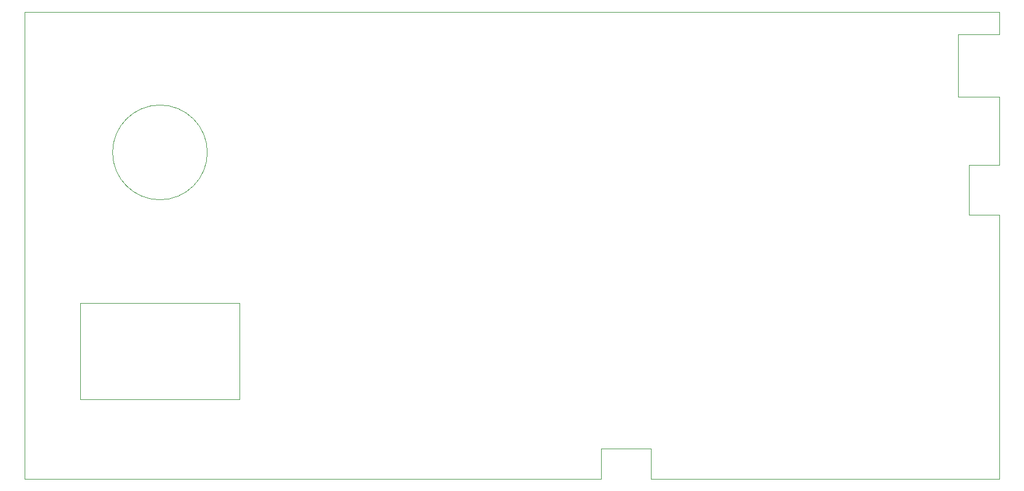
<source format=gbr>
%TF.GenerationSoftware,KiCad,Pcbnew,7.0.9-7.0.9~ubuntu22.04.1*%
%TF.CreationDate,2023-11-25T10:37:05+03:00*%
%TF.ProjectId,xray-v2,78726179-2d76-4322-9e6b-696361645f70,rev?*%
%TF.SameCoordinates,Original*%
%TF.FileFunction,Profile,NP*%
%FSLAX46Y46*%
G04 Gerber Fmt 4.6, Leading zero omitted, Abs format (unit mm)*
G04 Created by KiCad (PCBNEW 7.0.9-7.0.9~ubuntu22.04.1) date 2023-11-25 10:37:05*
%MOMM*%
%LPD*%
G01*
G04 APERTURE LIST*
%TA.AperFunction,Profile*%
%ADD10C,0.100000*%
%TD*%
%TA.AperFunction,Profile*%
%ADD11C,0.120000*%
%TD*%
G04 APERTURE END LIST*
D10*
X100000000Y-65500000D02*
X244000000Y-65500000D01*
X244000000Y-134500000D02*
X244000000Y-97725000D01*
X194830497Y-134500000D02*
X244000000Y-134500000D01*
X100000000Y-134500000D02*
X100000000Y-65500000D01*
X182930497Y-134500000D02*
X100000000Y-134500000D01*
X244000000Y-67000000D02*
X244000000Y-65500000D01*
X244000000Y-85825000D02*
X244000000Y-79600000D01*
D11*
%TO.C,J1*%
X185180497Y-130000000D02*
X185180497Y-134500000D01*
X185180497Y-130000000D02*
X192530497Y-130000000D01*
X185180497Y-134500000D02*
X182930497Y-134500000D01*
X192530497Y-130000000D02*
X192530497Y-134500000D01*
X192530497Y-134500000D02*
X194830497Y-134500000D01*
%TO.C,J4*%
X237900000Y-78000000D02*
X244000000Y-78000000D01*
X244000000Y-78000000D02*
X244000000Y-79600000D01*
X237900000Y-68800000D02*
X237900000Y-78000000D01*
X244000000Y-68800000D02*
X237900000Y-68800000D01*
X244000000Y-67000000D02*
X244000000Y-68800000D01*
%TO.C,J2*%
X239495000Y-95475000D02*
X243995000Y-95475000D01*
X239495000Y-95475000D02*
X239495000Y-88125000D01*
X243995000Y-95475000D02*
X243995000Y-97725000D01*
X239495000Y-88125000D02*
X243995000Y-88125000D01*
X243995000Y-88125000D02*
X243995000Y-85825000D01*
%TO.C,V1*%
X108230000Y-108500000D02*
X131730000Y-108500000D01*
X108230000Y-122750000D02*
X108230000Y-108500000D01*
X131730000Y-108500000D02*
X131730000Y-122750000D01*
X131730000Y-122750000D02*
X108230000Y-122750000D01*
X126980000Y-86250000D02*
G75*
G03*
X126980000Y-86250000I-7000000J0D01*
G01*
%TD*%
M02*

</source>
